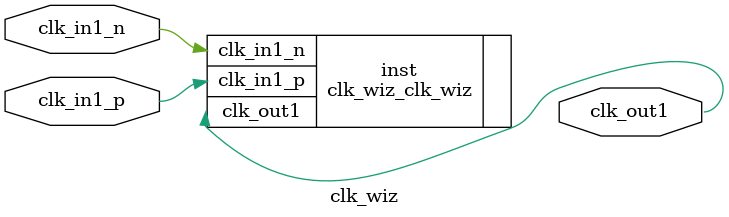
<source format=v>


`timescale 1ps/1ps

(* CORE_GENERATION_INFO = "clk_wiz,clk_wiz_v5_3_3_0,{component_name=clk_wiz,use_phase_alignment=true,use_min_o_jitter=false,use_max_i_jitter=false,use_dyn_phase_shift=false,use_inclk_switchover=false,use_dyn_reconfig=false,enable_axi=0,feedback_source=FDBK_AUTO,PRIMITIVE=MMCM,num_out_clk=1,clkin1_period=8.0,clkin2_period=10.0,use_power_down=false,use_reset=false,use_locked=false,use_inclk_stopped=false,feedback_type=SINGLE,CLOCK_MGR_TYPE=NA,manual_override=false}" *)

module clk_wiz 
 (
  // Clock out ports
  output        clk_out1,
 // Clock in ports
  input         clk_in1_p,
  input         clk_in1_n
 );

  clk_wiz_clk_wiz inst
  (
  // Clock out ports  
  .clk_out1(clk_out1),
 // Clock in ports
  .clk_in1_p(clk_in1_p),
  .clk_in1_n(clk_in1_n)
  );

endmodule

</source>
